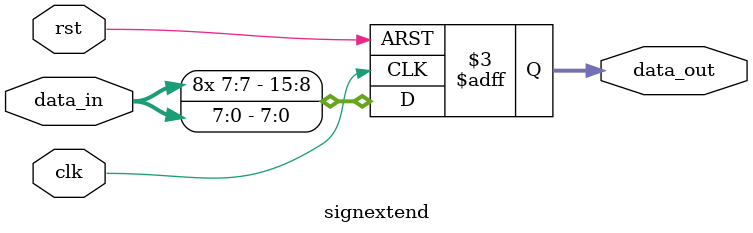
<source format=v>
module signextend #(parameter DATA_WIDTH_IN = 8, DATA_WIDTH_OUT = 16)(
	input [DATA_WIDTH_IN-1:0] data_in,
	input clk, rst,
	output reg [DATA_WIDTH_OUT-1:0] data_out);

always@(posedge clk, negedge rst)
begin
	if(!rst)
		data_out <= 0;
	else
		data_out <= {{8{data_in[7]}},data_in};
end
endmodule
</source>
